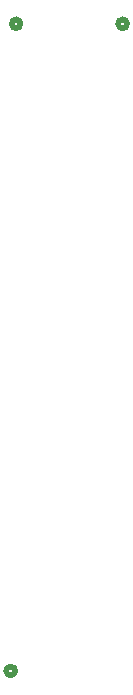
<source format=gbr>
%TF.GenerationSoftware,Altium Limited,Altium Designer,25.8.1 (18)*%
G04 Layer_Color=32896*
%FSLAX45Y45*%
%MOMM*%
%TF.SameCoordinates,412E6415-05C8-40E6-B22C-806341DFC968*%
%TF.FilePolarity,Positive*%
%TF.FileFunction,Legend,Bot*%
%TF.Part,Single*%
G01*
G75*
%TA.AperFunction,NonConductor*%
%ADD46C,0.50800*%
D46*
X11557000Y8821420D02*
G03*
X11557000Y8897620I0J38100D01*
G01*
D02*
G03*
X11557000Y8821420I0J-38100D01*
G01*
X12466320Y14338300D02*
G03*
X12542520Y14338300I38100J0D01*
G01*
D02*
G03*
X12466320Y14338300I-38100J0D01*
G01*
X11564620D02*
G03*
X11640820Y14338300I38100J0D01*
G01*
D02*
G03*
X11564620Y14338300I-38100J0D01*
G01*
%TF.MD5,9e0872b08e999b73d1cf13603bb76302*%
M02*

</source>
